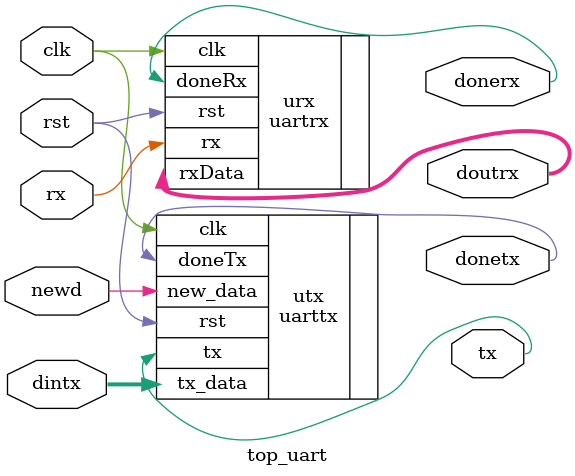
<source format=v>
module top_uart#(
	parameter clk_freq = 125_000_000,
	parameter baud_rate = 9600
)(donerx,donetx,doutrx,tx,clk,rst,rx,newd,dintx);
output donerx,donetx,tx;
output [7:0] doutrx;
input clk,rst,rx,newd;
input [7:0] dintx;

uarttx #( 					
	.clk_freq(clk_freq),
	.baud_rate(baud_rate)
)
utx(.doneTx(donetx),.tx(tx),.clk(clk),.rst(rst),.new_data(newd),.tx_data(dintx));
uartrx#(
	.clk_freq(clk_freq),
	.baud_rate(baud_rate)
)
urx(.doneRx(donerx),.rxData(doutrx),.clk(clk),.rst(rst),.rx(rx));
endmodule
</source>
